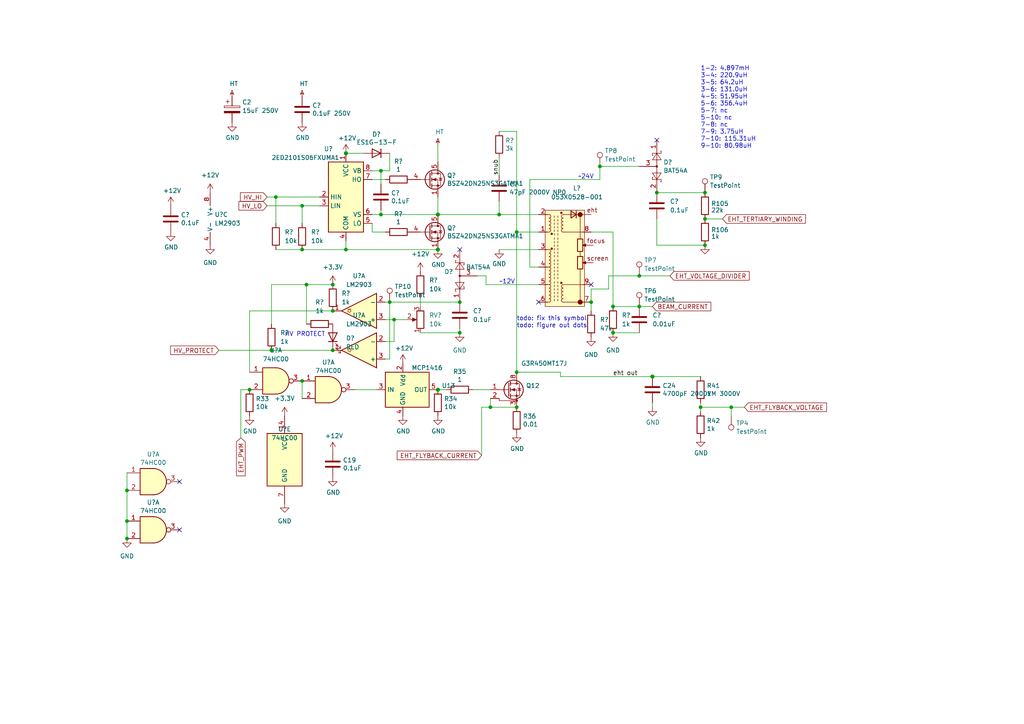
<source format=kicad_sch>
(kicad_sch (version 20230121) (generator eeschema)
  (paper "A4")
  (lib_symbols
    (symbol "74xx:74HC00" (pin_names (offset 1.016))
      (property "Reference" "U" (at 0 1.27 0))
      (property "Value" "74HC00" (at 0 -1.27 0))
      (symbol "74HC00_1_1"
        (pin input line (at -7.62 2.54 0) (length 3.81) (name "~") (number "1"))
        (pin input line (at -7.62 -2.54 0) (length 3.81) (name "~") (number "2"))
        (pin output inverted (at 7.62 0 180) (length 3.81) (name "~") (number "3"))
      )
      (symbol "74HC00_1_2"
        (pin input inverted (at -7.62 2.54 0) (length 4.318) (name "~") (number "1"))
        (pin input inverted (at -7.62 -2.54 0) (length 4.318) (name "~") (number "2"))
        (pin output line (at 7.62 0 180) (length 3.81) (name "~") (number "3"))
      )
      (symbol "74HC00_2_1"
        (pin input line (at -7.62 2.54 0) (length 3.81) (name "~") (number "4"))
        (pin input line (at -7.62 -2.54 0) (length 3.81) (name "~") (number "5"))
        (pin output inverted (at 7.62 0 180) (length 3.81) (name "~") (number "6"))
      )
      (symbol "74HC00_2_2"
        (pin input inverted (at -7.62 2.54 0) (length 4.318) (name "~") (number "4"))
        (pin input inverted (at -7.62 -2.54 0) (length 4.318) (name "~") (number "5"))
        (pin output line (at 7.62 0 180) (length 3.81) (name "~") (number "6"))
      )
      (symbol "74HC00_3_1"
        (pin input line (at -7.62 -2.54 0) (length 3.81) (name "~") (number "10"))
        (pin output inverted (at 7.62 0 180) (length 3.81) (name "~") (number "8"))
        (pin input line (at -7.62 2.54 0) (length 3.81) (name "~") (number "9"))
      )
      (symbol "74HC00_3_2"
        (pin input inverted (at -7.62 -2.54 0) (length 4.318) (name "~") (number "10"))
        (pin output line (at 7.62 0 180) (length 3.81) (name "~") (number "8"))
        (pin input inverted (at -7.62 2.54 0) (length 4.318) (name "~") (number "9"))
      )
      (symbol "74HC00_4_1"
        (pin output inverted (at 7.62 0 180) (length 3.81) (name "~") (number "11"))
        (pin input line (at -7.62 2.54 0) (length 3.81) (name "~") (number "12"))
        (pin input line (at -7.62 -2.54 0) (length 3.81) (name "~") (number "13"))
      )
      (symbol "74HC00_4_2"
        (pin output line (at 7.62 0 180) (length 3.81) (name "~") (number "11"))
        (pin input inverted (at -7.62 2.54 0) (length 4.318) (name "~") (number "12"))
        (pin input inverted (at -7.62 -2.54 0) (length 4.318) (name "~") (number "13"))
      )
      (symbol "74HC00_5_0"
        (pin power_in line (at 0 12.7 270) (length 5.08) (name "VCC") (number "14"))
        (pin power_in line (at 0 -12.7 90) (length 5.08) (name "GND") (number "7"))
      )
    )
    (symbol "Comparator:LM2903" (pin_names (offset 0.127))
      (property "Reference" "U" (at 3.81 3.81 0))
      (property "Value" "LM2903" (at 6.35 -3.81 0))
      (symbol "LM2903_1_1"
        (pin open_collector line (at 7.62 0 180) (length 2.54) (name "~") (number "1"))
        (pin input line (at -7.62 -2.54 0) (length 2.54) (name "-") (number "2"))
        (pin input line (at -7.62 2.54 0) (length 2.54) (name "+") (number "3"))
      )
      (symbol "LM2903_2_1"
        (pin input line (at -7.62 2.54 0) (length 2.54) (name "+") (number "5"))
        (pin input line (at -7.62 -2.54 0) (length 2.54) (name "-") (number "6"))
        (pin open_collector line (at 7.62 0 180) (length 2.54) (name "~") (number "7"))
      )
      (symbol "LM2903_3_1"
        (pin power_in line (at -2.54 -7.62 90) (length 3.81) (name "V-") (number "4"))
        (pin power_in line (at -2.54 7.62 270) (length 3.81) (name "V+") (number "8"))
      )
    )
    (symbol "Connector:TestPoint" (pin_numbers hide) (pin_names (offset 0.762) hide)
      (property "Reference" "TP" (at 0 6.858 0))
      (property "Value" "TestPoint" (at 0 5.08 0))
      (symbol "TestPoint_1_1"
        (pin passive line (at 0 0 90) (length 2.54) (name "1") (number "1"))
      )
    )
    (symbol "Device:C" (pin_numbers hide) (pin_names (offset 0.254))
      (property "Reference" "C" (at 0.635 2.54 0))
      (property "Value" "C" (at 0.635 -2.54 0))
      (symbol "C_1_1"
        (pin passive line (at 0 3.81 270) (length 2.794) (name "~") (number "1"))
        (pin passive line (at 0 -3.81 90) (length 2.794) (name "~") (number "2"))
      )
    )
    (symbol "Device:C_Polarized" (pin_numbers hide) (pin_names (offset 0.254))
      (property "Reference" "C" (at 0.635 2.54 0))
      (property "Value" "C_Polarized" (at 0.635 -2.54 0))
      (symbol "C_Polarized_1_1"
        (pin passive line (at 0 3.81 270) (length 2.794) (name "~") (number "1"))
        (pin passive line (at 0 -3.81 90) (length 2.794) (name "~") (number "2"))
      )
    )
    (symbol "Device:LED" (pin_numbers hide) (pin_names (offset 1.016) hide)
      (property "Reference" "D" (at 0 2.54 0))
      (property "Value" "LED" (at 0 -2.54 0))
      (symbol "LED_1_1"
        (pin passive line (at -3.81 0 0) (length 2.54) (name "K") (number "1"))
        (pin passive line (at 3.81 0 180) (length 2.54) (name "A") (number "2"))
      )
    )
    (symbol "Device:R" (pin_numbers hide) (pin_names (offset 0))
      (property "Reference" "R" (at 2.032 0 90))
      (property "Value" "R" (at 0 0 90))
      (symbol "R_1_1"
        (pin passive line (at 0 3.81 270) (length 1.27) (name "~") (number "1"))
        (pin passive line (at 0 -3.81 90) (length 1.27) (name "~") (number "2"))
      )
    )
    (symbol "Device:R_Potentiometer" (pin_names (offset 1.016) hide)
      (property "Reference" "RV" (at -4.445 0 90))
      (property "Value" "R_Potentiometer" (at -2.54 0 90))
      (symbol "R_Potentiometer_1_1"
        (pin passive line (at 0 3.81 270) (length 1.27) (name "1") (number "1"))
        (pin passive line (at 3.81 0 180) (length 1.27) (name "2") (number "2"))
        (pin passive line (at 0 -3.81 90) (length 1.27) (name "3") (number "3"))
      )
    )
    (symbol "Diode:BA157" (pin_numbers hide) (pin_names hide)
      (property "Reference" "D" (at 0 2.54 0))
      (property "Value" "BA157" (at 0 -2.54 0))
      (symbol "BA157_1_1"
        (pin passive line (at -3.81 0 0) (length 2.54) (name "K") (number "1"))
        (pin passive line (at 3.81 0 180) (length 2.54) (name "A") (number "2"))
      )
    )
    (symbol "Diode:BAT54A" (pin_names (offset 1.016))
      (property "Reference" "D" (at 0.635 -3.81 0))
      (property "Value" "BAT54A" (at -6.35 3.175 0))
      (symbol "BAT54A_1_1"
        (pin passive line (at -7.62 0 0) (length 3.81) (name "~") (number "1"))
        (pin passive line (at 7.62 0 180) (length 3.81) (name "~") (number "2"))
        (pin passive line (at 0 -5.08 90) (length 5.08) (name "~") (number "3"))
      )
    )
    (symbol "Driver_FET:IRS2101"
      (property "Reference" "U" (at 1.27 13.335 0))
      (property "Value" "IRS2101" (at 1.27 11.43 0))
      (symbol "IRS2101_1_1"
        (pin power_in line (at 0 12.7 270) (length 2.54) (name "VCC") (number "1"))
        (pin input line (at -7.62 0 0) (length 2.54) (name "HIN") (number "2"))
        (pin input line (at -7.62 -2.54 0) (length 2.54) (name "LIN") (number "3"))
        (pin power_in line (at 0 -12.7 90) (length 2.54) (name "COM") (number "4"))
        (pin output line (at 7.62 -7.62 180) (length 2.54) (name "LO") (number "5"))
        (pin passive line (at 7.62 -5.08 180) (length 2.54) (name "VS") (number "6"))
        (pin output line (at 7.62 5.08 180) (length 2.54) (name "HO") (number "7"))
        (pin passive line (at 7.62 7.62 180) (length 2.54) (name "VB") (number "8"))
      )
    )
    (symbol "Driver_FET:MCP1416"
      (property "Reference" "U" (at -5.08 6.35 0))
      (property "Value" "MCP1416" (at 1.27 6.35 0))
      (symbol "MCP1416_1_1"
        (pin no_connect line (at 7.62 -2.54 180) (length 2.54) hide (name "NC") (number "1"))
        (pin power_in line (at 0 7.62 270) (length 2.54) (name "Vdd") (number "2"))
        (pin input line (at -7.62 0 0) (length 2.54) (name "IN") (number "3"))
        (pin power_in line (at 0 -7.62 90) (length 2.54) (name "GND") (number "4"))
        (pin output line (at 10.16 0 180) (length 2.54) (name "OUT") (number "5"))
      )
    )
    (symbol "Transistor_FET:BSC082N10LSG" (pin_names hide)
      (property "Reference" "Q" (at 5.08 1.905 0))
      (property "Value" "BSC082N10LSG" (at 5.08 0 0))
      (symbol "BSC082N10LSG_1_1"
        (pin passive line (at 2.54 -5.08 90) (length 2.54) (name "S") (number "1"))
        (pin passive line (at 2.54 -5.08 90) (length 2.54) hide (name "S") (number "2"))
        (pin passive line (at 2.54 -5.08 90) (length 2.54) hide (name "S") (number "3"))
        (pin passive line (at -5.08 0 0) (length 2.54) (name "G") (number "4"))
        (pin passive line (at 2.54 5.08 270) (length 2.54) (name "D") (number "5"))
      )
    )
    (symbol "Transistor_FET:C3M0280090J" (pin_names hide)
      (property "Reference" "Q" (at 5.08 1.905 0))
      (property "Value" "C3M0280090J" (at 5.08 0 0))
      (symbol "C3M0280090J_1_1"
        (pin input line (at -5.08 0 0) (length 2.54) (name "G") (number "1"))
        (pin passive line (at -5.08 -2.54 0) (length 2.54) (name "DS") (number "2"))
        (pin passive line (at 2.54 -5.08 90) (length 2.54) (name "S") (number "3"))
        (pin passive line (at 2.54 -5.08 90) (length 2.54) hide (name "S") (number "4"))
        (pin passive line (at 2.54 -5.08 90) (length 2.54) hide (name "S") (number "5"))
        (pin passive line (at 2.54 -5.08 90) (length 2.54) hide (name "S") (number "6"))
        (pin passive line (at 2.54 -5.08 90) (length 2.54) hide (name "S") (number "7"))
        (pin passive line (at 2.54 5.08 270) (length 2.54) (name "D") (number "8"))
      )
    )
    (symbol "power:+12V" (power) (pin_names (offset 0))
      (property "Value" "+12V" (at 0 3.556 0))
      (symbol "+12V_1_1"
        (pin power_in line (at 0 0 90) (length 0) hide (name "+12V") (number "1"))
      )
    )
    (symbol "power:+3.3V" (power) (pin_names (offset 0))
      (property "Value" "+3.3V" (at 0 3.556 0))
      (symbol "+3.3V_1_1"
        (pin power_in line (at 0 0 90) (length 0) hide (name "+3.3V") (number "1"))
      )
    )
    (symbol "power:GND" (power) (pin_names (offset 0))
      (property "Value" "GND" (at 0 -3.81 0))
      (symbol "GND_1_1"
        (pin power_in line (at 0 0 270) (length 0) hide (name "GND") (number "1"))
      )
    )
    (symbol "power:HT" (power) (pin_names (offset 0))
      (property "Value" "HT" (at 0 2.286 0))
      (symbol "HT_0_0"
        (pin power_in line (at 0 0 90) (length 0) hide (name "HT") (number "1"))
      )
    )
    (symbol "td-hv:053X0528-001" (pin_names (offset 0.254) hide)
      (property "Reference" "L" (at -1.27 6.35 0))
      (property "Value" "053X0528-001" (at 0 8.89 0))
      (symbol "053X0528-001_0_0"
        (text "focus" (at 8.89 -3.81 0) (effects (font (size 1.27 1.27)) (justify left)))
        (text "screen" (at 8.89 -8.89 0) (effects (font (size 1.27 1.27)) (justify left)))
      )
      (symbol "053X0528-001_1_1"
        (text "eht" (at 8.89 5.08 0) (effects (font (size 1.27 1.27)) (justify left)))
        (pin passive line (at -5.08 -1.27 0) (length 2.54) (name "1") (number "1"))
        (pin passive line (at -5.08 3.81 0) (length 2.54) (name "2") (number "2"))
        (pin passive line (at -5.08 -6.35 0) (length 2.54) (name "3") (number "3"))
        (pin passive line (at -5.08 -11.43 0) (length 2.54) (name "4") (number "4"))
        (pin passive line (at -5.08 -16.51 0) (length 2.54) (name "5") (number "5"))
        (pin passive line (at -5.08 -21.59 0) (length 2.54) (name "6") (number "6"))
        (pin passive line (at 10.16 -21.59 180) (length 2.54) (name "7") (number "7"))
        (pin passive line (at 10.16 -1.27 180) (length 2.54) (name "8") (number "8"))
        (pin passive line (at 10.16 -16.51 180) (length 2.54) (name "9") (number "9"))
      )
    )
  )
  (junction (at 113.03 87.63))
  (junction (at 127 62.23) (diameter 1.016))
  (junction (at 87.63 59.69))
  (junction (at 127 72.39) (diameter 1.016))
  (junction (at 185.42 88.9))
  (junction (at 203.2 118.11))
  (junction (at 87.63 72.39))
  (junction (at 96.52 101.6))
  (junction (at 190.5 55.88))
  (junction (at 36.83 142.24))
  (junction (at 100.33 72.39))
  (junction (at 185.42 80.01))
  (junction (at 127 113.03) (diameter 1.016))
  (junction (at 36.83 151.13))
  (junction (at 204.47 71.12))
  (junction (at 189.23 109.22) (diameter 1.016))
  (junction (at 149.86 107.95))
  (junction (at 87.63 110.49))
  (junction (at 133.35 96.52))
  (junction (at 78.74 101.6))
  (junction (at 110.49 49.53))
  (junction (at 212.09 118.11))
  (junction (at 171.45 87.63))
  (junction (at 142.24 118.11))
  (junction (at 36.83 156.21))
  (junction (at 114.3 92.71))
  (junction (at 100.33 44.45) (diameter 1.016))
  (junction (at 177.8 96.52))
  (junction (at 110.49 62.23))
  (junction (at 204.47 63.5))
  (junction (at 96.52 90.17))
  (junction (at 173.99 48.26))
  (junction (at 144.78 62.23))
  (junction (at 96.52 82.55))
  (junction (at 80.01 57.15))
  (junction (at 88.9 82.55))
  (junction (at 177.8 88.9))
  (junction (at 72.39 113.03))
  (junction (at 133.35 87.63))
  (junction (at 149.86 67.31))
  (junction (at 149.86 118.11))
  (junction (at 204.47 55.88))
  (no_connect (at 156.21 87.63))
  (no_connect (at 190.5 40.64))
  (no_connect (at 133.35 72.39))
  (no_connect (at 171.45 82.55))
  (no_connect (at 52.07 153.67))
  (no_connect (at 52.07 139.7))
  (wire (pts (xy 156.21 67.31) (xy 149.86 67.31)))
  (wire (pts (xy 142.24 118.11) (xy 149.86 118.11)))
  (wire (pts (xy 110.49 49.53) (xy 113.03 49.53)))
  (wire (pts (xy 177.8 67.31) (xy 177.8 88.9)))
  (wire (pts (xy 111.76 104.14) (xy 113.03 104.14)))
  (wire (pts (xy 162.56 109.22) (xy 189.23 109.22)))
  (wire (pts (xy 171.45 87.63) (xy 171.45 83.82)))
  (wire (pts (xy 142.24 115.57) (xy 142.24 118.11)))
  (wire (pts (xy 100.33 44.45) (xy 105.41 44.45)))
  (wire (pts (xy 77.47 57.15) (xy 80.01 57.15)))
  (wire (pts (xy 176.53 83.82) (xy 176.53 80.01)))
  (wire (pts (xy 176.53 80.01) (xy 185.42 80.01)))
  (wire (pts (xy 87.63 59.69) (xy 92.71 59.69)))
  (wire (pts (xy 144.78 58.42) (xy 144.78 62.23)))
  (wire (pts (xy 173.99 48.26) (xy 173.99 52.07)))
  (wire (pts (xy 127 62.23) (xy 127 57.15)))
  (wire (pts (xy 87.63 110.49) (xy 87.63 115.57)))
  (wire (pts (xy 189.23 109.22) (xy 203.2 109.22)))
  (wire (pts (xy 144.78 62.23) (xy 156.21 62.23)))
  (wire (pts (xy 177.8 96.52) (xy 185.42 96.52)))
  (wire (pts (xy 113.03 87.63) (xy 113.03 104.14)))
  (wire (pts (xy 87.63 59.69) (xy 87.63 64.77)))
  (wire (pts (xy 113.03 87.63) (xy 133.35 87.63)))
  (wire (pts (xy 107.95 67.31) (xy 111.76 67.31)))
  (wire (pts (xy 69.85 113.03) (xy 72.39 113.03)))
  (wire (pts (xy 114.3 92.71) (xy 114.3 99.06)))
  (wire (pts (xy 111.76 92.71) (xy 114.3 92.71)))
  (wire (pts (xy 110.49 62.23) (xy 127 62.23)))
  (wire (pts (xy 139.7 132.08) (xy 139.7 118.11)))
  (wire (pts (xy 87.63 72.39) (xy 100.33 72.39)))
  (wire (pts (xy 72.39 90.17) (xy 72.39 107.95)))
  (wire (pts (xy 121.92 96.52) (xy 133.35 96.52)))
  (wire (pts (xy 138.43 80.01) (xy 140.97 80.01)))
  (wire (pts (xy 156.21 82.55) (xy 140.97 82.55)))
  (wire (pts (xy 36.83 137.16) (xy 36.83 142.24)))
  (wire (pts (xy 107.95 52.07) (xy 111.76 52.07)))
  (wire (pts (xy 80.01 72.39) (xy 87.63 72.39)))
  (wire (pts (xy 177.8 88.9) (xy 185.42 88.9)))
  (wire (pts (xy 80.01 57.15) (xy 92.71 57.15)))
  (wire (pts (xy 139.7 118.11) (xy 142.24 118.11)))
  (wire (pts (xy 133.35 96.52) (xy 133.35 95.25)))
  (wire (pts (xy 190.5 63.5) (xy 190.5 71.12)))
  (wire (pts (xy 36.83 151.13) (xy 36.83 156.21)))
  (wire (pts (xy 69.85 127) (xy 69.85 113.03)))
  (wire (pts (xy 127 41.91) (xy 127 46.99)))
  (wire (pts (xy 204.47 63.5) (xy 209.55 63.5)))
  (wire (pts (xy 171.45 87.63) (xy 171.45 90.17)))
  (wire (pts (xy 121.92 86.36) (xy 121.92 88.9)))
  (wire (pts (xy 114.3 92.71) (xy 118.11 92.71)))
  (wire (pts (xy 110.49 49.53) (xy 110.49 53.34)))
  (wire (pts (xy 111.76 99.06) (xy 114.3 99.06)))
  (wire (pts (xy 102.87 113.03) (xy 109.22 113.03)))
  (wire (pts (xy 88.9 93.98) (xy 88.9 82.55)))
  (wire (pts (xy 156.21 77.47) (xy 153.67 77.47)))
  (wire (pts (xy 110.49 60.96) (xy 110.49 62.23)))
  (wire (pts (xy 78.74 101.6) (xy 96.52 101.6)))
  (wire (pts (xy 107.95 62.23) (xy 110.49 62.23)))
  (wire (pts (xy 190.5 55.88) (xy 204.47 55.88)))
  (wire (pts (xy 212.09 118.11) (xy 212.09 120.65)))
  (wire (pts (xy 153.67 77.47) (xy 153.67 52.07)))
  (wire (pts (xy 203.2 116.84) (xy 203.2 118.11)))
  (wire (pts (xy 88.9 82.55) (xy 96.52 82.55)))
  (wire (pts (xy 203.2 118.11) (xy 203.2 119.38)))
  (wire (pts (xy 80.01 57.15) (xy 80.01 64.77)))
  (wire (pts (xy 111.76 87.63) (xy 113.03 87.63)))
  (wire (pts (xy 185.42 88.9) (xy 189.23 88.9)))
  (wire (pts (xy 113.03 49.53) (xy 113.03 44.45)))
  (wire (pts (xy 149.86 38.1) (xy 149.86 67.31)))
  (wire (pts (xy 142.24 113.03) (xy 137.16 113.03)))
  (wire (pts (xy 149.86 38.1) (xy 144.78 38.1)))
  (wire (pts (xy 78.74 82.55) (xy 78.74 93.98)))
  (wire (pts (xy 144.78 72.39) (xy 156.21 72.39)))
  (wire (pts (xy 100.33 72.39) (xy 100.33 69.85)))
  (wire (pts (xy 173.99 48.26) (xy 185.42 48.26)))
  (wire (pts (xy 36.83 142.24) (xy 36.83 151.13)))
  (wire (pts (xy 149.86 67.31) (xy 149.86 107.95)))
  (wire (pts (xy 88.9 82.55) (xy 78.74 82.55)))
  (wire (pts (xy 110.49 49.53) (xy 107.95 49.53)))
  (wire (pts (xy 171.45 67.31) (xy 177.8 67.31)))
  (wire (pts (xy 72.39 90.17) (xy 96.52 90.17)))
  (wire (pts (xy 127 113.03) (xy 129.54 113.03)))
  (wire (pts (xy 63.5 101.6) (xy 78.74 101.6)))
  (wire (pts (xy 144.78 45.72) (xy 144.78 50.8)))
  (wire (pts (xy 189.23 118.11) (xy 189.23 116.84)))
  (wire (pts (xy 212.09 118.11) (xy 215.9 118.11)))
  (wire (pts (xy 171.45 83.82) (xy 176.53 83.82)))
  (wire (pts (xy 100.33 72.39) (xy 127 72.39)))
  (wire (pts (xy 185.42 80.01) (xy 194.31 80.01)))
  (wire (pts (xy 190.5 71.12) (xy 204.47 71.12)))
  (wire (pts (xy 140.97 80.01) (xy 140.97 82.55)))
  (wire (pts (xy 162.56 107.95) (xy 162.56 109.22)))
  (wire (pts (xy 107.95 64.77) (xy 107.95 67.31)))
  (wire (pts (xy 127 62.23) (xy 144.78 62.23)))
  (wire (pts (xy 149.86 107.95) (xy 162.56 107.95)))
  (wire (pts (xy 173.99 52.07) (xy 153.67 52.07)))
  (wire (pts (xy 203.2 118.11) (xy 212.09 118.11)))
  (wire (pts (xy 77.47 59.69) (xy 87.63 59.69)))
  (text "~24V" (at 167.64 52.07 0) (effects (font (size 1.27 1.27)) (justify left bottom)))
  (text "~12V" (at 144.78 82.55 0) (effects (font (size 1.27 1.27)) (justify left bottom)))
  (text "1-2: 4.897mH\n3-4: 220.9uH\n3-5: 64.2uH\n3-6: 131.0uH\n4-5: 51.95uH\n5-6: 356.4uH\n5-7: nc\n5-10: nc\n7-8: nc\n7-9: 3.75uH\n7-10: 115.31uH\n9-10: 80.98uH" (at 203.2 43.18 0) (effects (font (size 1.27 1.27)) (justify left bottom)))
  (text "todo: fix this symbol\ntodo: figure out dots" (at 149.86 95.25 0) (effects (font (size 1.27 1.27)) (justify left bottom)))
  (text "HV PROTECT" (at 82.55 97.79 0) (effects (font (size 1.27 1.27)) (justify left bottom)))
  (label "eht out" (at 177.8 109.22 0))
  (label "snub" (at 144.78 50.8 90))
  (global_label "EHT_PWM" (shape input) (at 69.85 127 270) (property "Intersheetrefs" "${INTERSHEET_REFS}" (effects hide)))
  (global_label "HV_HI" (shape input) (at 77.47 57.15 180) (property "Intersheetrefs" "${INTERSHEET_REFS}" (effects hide)))
  (global_label "HV_LO" (shape input) (at 77.47 59.69 180) (property "Intersheetrefs" "${INTERSHEET_REFS}" (effects hide)))
  (global_label "EHT_TERTIARY_WINDING" (shape input) (at 209.55 63.5 0) (property "Intersheetrefs" "${INTERSHEET_REFS}" (effects hide)))
  (global_label "HV_PROTECT" (shape input) (at 63.5 101.6 180) (property "Intersheetrefs" "${INTERSHEET_REFS}" (effects hide)))
  (global_label "BEAM_CURRENT" (shape input) (at 189.23 88.9 0) (property "Intersheetrefs" "${INTERSHEET_REFS}" (effects hide)))
  (global_label "EHT_FLYBACK_VOLTAGE" (shape input) (at 215.9 118.11 0) (property "Intersheetrefs" "${INTERSHEET_REFS}" (effects hide)))
  (global_label "EHT_FLYBACK_CURRENT" (shape input) (at 139.7 132.08 180) (property "Intersheetrefs" "${INTERSHEET_REFS}" (effects hide)))
  (global_label "EHT_VOLTAGE_DIVIDER" (shape input) (at 194.31 80.01 0) (property "Intersheetrefs" "${INTERSHEET_REFS}" (effects hide)))
  (symbol (lib_id "Device:R") (at 121.92 82.55 0) (unit 1)
    (property "Reference" "R?" (at 124.46 81.2799 0) (effects (justify left)))
    (property "Value" "10k" (at 124.46 83.8199 0) (effects (justify left)))
    (property "Footprint" "Resistor_SMD:R_0805_2012Metric" (effects hide))
    (property "Digikey" "311-1.00KCRCT-ND" (effects hide))
    (instances (project "td-deflect" (path "" (reference "R?") (unit 1)) (path "" (reference "R34") (unit 1))) (project "td-hv" (path "" (reference "R5") (unit 1))))
  )
  (symbol (lib_id "Device:R_Potentiometer") (at 121.92 92.71 180) (unit 1)
    (property "Reference" "RV?" (at 124.46 91.4399 0) (effects (justify right)))
    (property "Value" "10k" (at 124.46 93.9799 0) (effects (justify right)))
    (property "Footprint" "Potentiometer_SMD:Potentiometer_Bourns_3314G_Vertical" (effects hide))
    (property "Digikey" "563-ST4ETB103CT-ND" (effects hide))
    (instances (project "td-deflect" (path "" (reference "RV?") (unit 1)) (path "" (reference "RV11") (unit 1))) (project "td-hv" (path "" (reference "RV1") (unit 1))))
  )
  (symbol (lib_id "power:GND") (at 189.23 118.11 0) (unit 1)
    (property "Reference" "#PWR016" (effects hide))
    (property "Value" "GND" (at 189.357 122.5042 0))
    (instances (project "td-deflect" (path "" (reference "#PWR016") (unit 1)) (path "" (reference "#PWR057") (unit 1))) (project "td-hv" (path "" (reference "#PWR016") (unit 1))))
  )
  (symbol (lib_id "power:GND") (at 127 120.65 0) (unit 1)
    (property "Reference" "#PWR08" (effects hide))
    (property "Value" "GND" (at 127.127 125.0442 0))
    (instances (project "td-deflect" (path "" (reference "#PWR08") (unit 1)) (path "" (reference "#PWR023") (unit 1))) (project "td-hv" (path "" (reference "#PWR08") (unit 1))))
  )
  (symbol (lib_id "power:+12V") (at 121.92 78.74 0) (unit 1)
    (property "Reference" "#PWR?" (effects hide))
    (property "Value" "+12V" (at 121.92 73.66 0))
    (instances (project "td-deflect" (path "" (reference "#PWR?") (unit 1)) (path "" (reference "#PWR020") (unit 1))) (project "td-hv" (path "" (reference "#PWR020") (unit 1))))
  )
  (symbol (lib_id "74xx:74HC00") (at 44.45 153.67 0) (unit 1)
    (property "Reference" "U?" (at 44.4417 145.7157 0))
    (property "Value" "74HC00" (at 44.4417 148.1399 0))
    (property "Footprint" "Package_SO:SOIC-14_3.9x8.7mm_P1.27mm" (effects hide))
    (property "Datasheet" "http://www.ti.com/lit/gpn/sn74hc00" (effects hide))
    (property "Digikey" "1727-2773-1-ND" (effects hide))
    (instances (project "td-deflect" (path "" (reference "U?") (unit 1)) (path "" (reference "U15") (unit 1))) (project "td-hv" (path "" (reference "U1") (unit 4))))
  )
  (symbol (lib_id "Transistor_FET:BSC082N10LSG") (at 124.46 52.07 0) (unit 1)
    (property "Reference" "Q?" (at 129.6416 50.9016 0) (effects (justify left)))
    (property "Value" "BSZ42DN25NS3GATMA1" (at 129.6416 53.213 0) (effects (justify left)))
    (property "Footprint" "Package_TO_SOT_SMD:TDSON-8-1" (effects hide))
    (property "Digikey" "BSZ42DN25NS3GATMA1CT-ND" (effects hide))
    (instances (project "td-deflect" (path "" (reference "Q?") (unit 1)) (path "" (reference "Q12") (unit 1))) (project "td-hv" (path "" (reference "Q1") (unit 1))))
  )
  (symbol (lib_id "power:GND") (at 96.52 138.43 0) (unit 1)
    (property "Reference" "#PWR02" (effects hide))
    (property "Value" "GND" (at 96.647 142.8242 0))
    (instances (project "td-deflect" (path "" (reference "#PWR02") (unit 1)) (path "" (reference "#PWR016") (unit 1))) (project "td-hv" (path "" (reference "#PWR02") (unit 1))))
  )
  (symbol (lib_id "power:GND") (at 149.86 125.73 0) (unit 1)
    (property "Reference" "#PWR09" (effects hide))
    (property "Value" "GND" (at 149.987 130.1242 0))
    (instances (project "td-deflect" (path "" (reference "#PWR09") (unit 1)) (path "" (reference "#PWR035") (unit 1))) (project "td-hv" (path "" (reference "#PWR09") (unit 1))))
  )
  (symbol (lib_id "Comparator:LM2903") (at 104.14 101.6 180) (unit 1)
    (property "Reference" "U?" (at 104.14 91.44 0))
    (property "Value" "LM2903" (at 104.14 93.98 0))
    (property "Footprint" "Package_SO:SOIC-8_3.9x4.9mm_P1.27mm" (effects hide))
    (property "Datasheet" "http://www.ti.com/lit/ds/symlink/lm393.pdf" (effects hide))
    (property "Digikey" "LM2903QS-13DICT-ND" (effects hide))
    (instances (project "td-deflect" (path "" (reference "U?") (unit 1)) (path "" (reference "U17") (unit 1))) (project "td-hv" (path "" (reference "U2") (unit 2))))
  )
  (symbol (lib_id "Device:R") (at 78.74 97.79 0) (unit 1)
    (property "Reference" "R?" (at 81.28 96.5199 0) (effects (justify left)))
    (property "Value" "1k" (at 81.28 99.0599 0) (effects (justify left)))
    (property "Footprint" "Resistor_SMD:R_0805_2012Metric" (effects hide))
    (property "Digikey" " 311-1.00KCRCT-ND" (effects hide))
    (instances (project "td-deflect" (path "" (reference "R?") (unit 1)) (path "" (reference "R14") (unit 1))) (project "td-hv" (path "" (reference "R9") (unit 1))))
  )
  (symbol (lib_id "power:+12V") (at 49.53 59.69 0) (unit 1)
    (property "Reference" "#PWR?" (effects hide))
    (property "Value" "+12V" (at 49.911 55.2958 0))
    (instances (project "td-deflect" (path "" (reference "#PWR?") (unit 1)) (path "" (reference "#PWR02") (unit 1))) (project "td-hv" (path "" (reference "#PWR03") (unit 1))))
  )
  (symbol (lib_id "Device:R") (at 92.71 93.98 90) (unit 1)
    (property "Reference" "R?" (at 92.71 87.63 90))
    (property "Value" "1k" (at 92.71 90.17 90))
    (property "Footprint" "Resistor_SMD:R_0805_2012Metric" (effects hide))
    (property "Digikey" " 311-1.00KCRCT-ND" (effects hide))
    (instances (project "td-deflect" (path "" (reference "R?") (unit 1)) (path "" (reference "R13") (unit 1))) (project "td-hv" (path "" (reference "R1") (unit 1))))
  )
  (symbol (lib_id "74xx:74HC00") (at 80.01 110.49 0) (unit 1)
    (property "Reference" "U?" (at 80.01 101.6 0))
    (property "Value" "74HC00" (at 80.01 104.14 0))
    (property "Footprint" "Package_SO:SOIC-14_3.9x8.7mm_P1.27mm" (effects hide))
    (property "Datasheet" "http://www.ti.com/lit/gpn/sn74hc00" (effects hide))
    (property "Digikey" "1727-2773-1-ND" (effects hide))
    (instances (project "td-deflect" (path "" (reference "U?") (unit 1)) (path "" (reference "U7") (unit 1))) (project "td-hv" (path "" (reference "U1") (unit 1))))
  )
  (symbol (lib_id "power:GND") (at 116.84 120.65 0) (unit 1)
    (property "Reference" "#PWR07" (effects hide))
    (property "Value" "GND" (at 116.967 125.0442 0))
    (instances (project "td-deflect" (path "" (reference "#PWR07") (unit 1)) (path "" (reference "#PWR019") (unit 1))) (project "td-hv" (path "" (reference "#PWR07") (unit 1))))
  )
  (symbol (lib_id "Device:C") (at 49.53 63.5 0) (unit 1)
    (property "Reference" "C?" (at 52.451 62.3316 0) (effects (justify left)))
    (property "Value" "0.1uF" (at 52.451 64.643 0) (effects (justify left)))
    (property "Footprint" "Capacitor_SMD:C_0805_2012Metric" (effects hide))
    (property "Digikey" "1276-1099-1-ND" (effects hide))
    (instances (project "td-deflect" (path "" (reference "C?") (unit 1)) (path "" (reference "C19") (unit 1))) (project "td-hv" (path "" (reference "C1") (unit 1))))
  )
  (symbol (lib_id "Device:R") (at 204.47 59.69 0) (unit 1)
    (property "Reference" "R105" (at 206.248 59.0463 0) (effects (justify left)))
    (property "Value" "22k" (at 206.248 60.9673 0) (effects (justify left)))
    (property "Footprint" "Resistor_SMD:R_0805_2012Metric" (effects hide))
    (property "Digikey" "311-22.0KCRCT-ND" (effects hide))
  )
  (symbol (lib_id "Device:R") (at 133.35 113.03 270) (unit 1)
    (property "Reference" "R35" (at 133.35 107.7722 90))
    (property "Value" "1" (at 133.35 110.0836 90))
    (property "Footprint" "Resistor_SMD:R_0805_2012Metric" (effects hide))
    (property "Digikey" " 311-1.00CRCT-ND" (effects hide))
    (instances (project "td-deflect" (path "" (reference "R35") (unit 1)) (path "" (reference "R36") (unit 1))) (project "td-hv" (path "" (reference "R35") (unit 1))))
  )
  (symbol (lib_id "Transistor_FET:C3M0280090J") (at 147.32 113.03 0) (unit 1)
    (property "Reference" "Q12" (at 152.5524 111.8616 0) (effects (justify left)))
    (property "Value" "G3R450MT17J" (at 151.13 105.41 0) (effects (justify left)))
    (property "Footprint" "td-hv:TO-263-7_TabPin8_GeneSiC" (effects hide))
    (property "Datasheet" "https://genesicsemi.com/sic-mosfet/G3R450MT17J/G3R450MT17J.pdf" (effects hide))
    (property "Digikey" "1242-G3R450MT17J-ND" (effects hide))
    (instances (project "td-deflect" (path "" (reference "Q12") (unit 1)) (path "" (reference "Q18") (unit 1))) (project "td-hv" (path "" (reference "Q12") (unit 1))))
  )
  (symbol (lib_id "power:GND") (at 87.63 35.56 0) (unit 1)
    (property "Reference" "#PWR?" (effects hide))
    (property "Value" "GND" (at 87.757 39.9542 0))
    (instances (project "td-deflect" (path "" (reference "#PWR?") (unit 1)) (path "" (reference "#PWR09") (unit 1))) (project "td-hv" (path "" (reference "#PWR027") (unit 1))))
  )
  (symbol (lib_id "Diode:BAT54A") (at 133.35 80.01 90) (unit 1)
    (property "Reference" "D?" (at 131.445 78.7979 90) (effects (justify left)))
    (property "Value" "BAT54A" (at 142.24 77.47 90) (effects (justify left)))
    (property "Footprint" "Package_TO_SOT_SMD:SOT-23" (effects hide))
    (property "Datasheet" "http://www.diodes.com/_files/datasheets/ds11005.pdf" (effects hide))
    (property "Digikey" "1655-BAT54ACT-ND" (effects hide))
    (instances (project "td-deflect" (path "" (reference "D?") (unit 1)) (path "" (reference "D9") (unit 1))) (project "td-hv" (path "" (reference "D3") (unit 1))))
  )
  (symbol (lib_id "Device:R") (at 203.2 113.03 0) (unit 1)
    (property "Reference" "R41" (at 204.978 111.8616 0) (effects (justify left)))
    (property "Value" "1M 3000V" (at 204.978 114.173 0) (effects (justify left)))
    (property "Footprint" "Resistor_SMD:R_2512_6332Metric" (effects hide))
    (property "Digikey" "CHV2512-FX-1004ELFCT-ND" (effects hide))
    (instances (project "td-deflect" (path "" (reference "R41") (unit 1)) (path "" (reference "R44") (unit 1))) (project "td-hv" (path "" (reference "R41") (unit 1))))
  )
  (symbol (lib_id "power:+12V") (at 116.84 105.41 0) (unit 1)
    (property "Reference" "#PWR06" (effects hide))
    (property "Value" "+12V" (at 117.221 101.0158 0))
    (instances (project "td-deflect" (path "" (reference "#PWR06") (unit 1)) (path "" (reference "#PWR018") (unit 1))) (project "td-hv" (path "" (reference "#PWR06") (unit 1))))
  )
  (symbol (lib_id "Device:LED") (at 96.52 97.79 90) (unit 1)
    (property "Reference" "D?" (at 100.33 98.1074 90) (effects (justify right)))
    (property "Value" "RED" (at 100.33 100.6474 90) (effects (justify right)))
    (property "Footprint" "LED_SMD:LED_0805_2012Metric" (effects hide))
    (property "Digikey" "350-2039-1-ND" (effects hide))
    (instances (project "td-deflect" (path "" (reference "D?") (unit 1)) (path "" (reference "D2") (unit 1))) (project "td-hv" (path "" (reference "D1") (unit 1))))
  )
  (symbol (lib_id "power:+12V") (at 60.96 55.88 0) (unit 1)
    (property "Reference" "#PWR?" (effects hide))
    (property "Value" "+12V" (at 60.96 50.8 0))
    (instances (project "td-deflect" (path "" (reference "#PWR?") (unit 1)) (path "" (reference "#PWR011") (unit 1))) (project "td-hv" (path "" (reference "#PWR014") (unit 1))))
  )
  (symbol (lib_id "Driver_FET:IRS2101") (at 100.33 57.15 0) (unit 1)
    (property "Reference" "U?" (at 95.25 43.18 0))
    (property "Value" "2ED2101S06FXUMA1" (at 78.74 45.72 0) (effects (justify left)))
    (property "Footprint" "Package_SO:SOIC-8_3.9x4.9mm_P1.27mm" (effects hide))
    (property "Digikey" "448-2ED2101S06FXUMA1CT-ND" (effects hide))
    (instances (project "td-deflect" (path "" (reference "U?") (unit 1)) (path "" (reference "U16") (unit 1))) (project "td-hv" (path "" (reference "U4") (unit 1))))
  )
  (symbol (lib_id "Device:R") (at 80.01 68.58 0) (unit 1)
    (property "Reference" "R?" (at 82.55 67.3099 0) (effects (justify left)))
    (property "Value" "10k" (at 82.55 69.8499 0) (effects (justify left)))
    (property "Footprint" "Resistor_SMD:R_0805_2012Metric" (effects hide))
    (property "Digikey" "311-1.00KCRCT-ND" (effects hide))
    (instances (project "td-deflect" (path "" (reference "R?") (unit 1)) (path "" (reference "R34") (unit 1))) (project "td-hv" (path "" (reference "R10") (unit 1))))
  )
  (symbol (lib_id "power:GND") (at 72.39 120.65 0) (unit 1)
    (property "Reference" "#PWR05" (effects hide))
    (property "Value" "GND" (at 72.517 125.0442 0))
    (instances (project "td-deflect" (path "" (reference "#PWR05") (unit 1)) (path "" (reference "#PWR01") (unit 1))) (project "td-hv" (path "" (reference "#PWR05") (unit 1))))
  )
  (symbol (lib_id "power:GND") (at 171.45 97.79 0) (unit 1)
    (property "Reference" "#PWR?" (effects hide))
    (property "Value" "GND" (at 171.45 102.87 0))
    (instances (project "td-deflect" (path "" (reference "#PWR?") (unit 1)) (path "" (reference "#PWR055") (unit 1))) (project "td-hv" (path "" (reference "#PWR024") (unit 1))))
  )
  (symbol (lib_id "74xx:74HC00") (at 82.55 133.35 0) (unit 5)
    (property "Reference" "U?" (at 82.55 124.46 0))
    (property "Value" "74HC00" (at 82.55 127 0))
    (property "Footprint" "Package_SO:SOIC-14_3.9x8.7mm_P1.27mm" (effects hide))
    (property "Datasheet" "http://www.ti.com/lit/gpn/sn74hc00" (effects hide))
    (property "Digikey" "1727-2773-1-ND" (effects hide))
    (instances (project "td-deflect" (path "" (reference "U?") (unit 5)) (path "" (reference "U7") (unit 5))) (project "td-hv" (path "" (reference "U1") (unit 5))))
  )
  (symbol (lib_id "Device:R") (at 96.52 86.36 0) (unit 1)
    (property "Reference" "R?" (at 99.06 85.0899 0) (effects (justify left)))
    (property "Value" "1k" (at 99.06 87.6299 0) (effects (justify left)))
    (property "Footprint" "Resistor_SMD:R_0805_2012Metric" (effects hide))
    (property "Digikey" " 311-1.00KCRCT-ND" (effects hide))
    (instances (project "td-deflect" (path "" (reference "R?") (unit 1)) (path "" (reference "R14") (unit 1))) (project "td-hv" (path "" (reference "R2") (unit 1))))
  )
  (symbol (lib_id "power:HT") (at 127 41.91 0) (unit 1)
    (property "Reference" "#PWR?" (effects hide))
    (property "Value" "HT" (at 127.508 38.2778 0))
    (instances (project "td-deflect" (path "" (reference "#PWR?") (unit 1)) (path "" (reference "#PWR021") (unit 1))) (project "td-hv" (path "" (reference "#PWR021") (unit 1))))
  )
  (symbol (lib_id "Device:C") (at 189.23 113.03 0) (unit 1)
    (property "Reference" "C24" (at 192.151 111.8616 0) (effects (justify left)))
    (property "Value" "4700pF 2000V" (at 192.151 114.173 0) (effects (justify left)))
    (property "Footprint" "Capacitor_THT:C_Rect_L18.0mm_W5.0mm_P15.00mm_FKS3_FKP3" (effects hide))
    (property "Digikey" "495-3227-ND" (effects hide))
    (property "Voltage" "2000V" (effects hide))
    (instances (project "td-deflect" (path "" (reference "C24") (unit 1)) (path "" (reference "C32") (unit 1))) (project "td-hv" (path "" (reference "C24") (unit 1))))
  )
  (symbol (lib_id "td-hv:053X0528-001") (at 161.29 66.04 0) (unit 1)
    (property "Reference" "L?" (at 167.3414 54.61 0))
    (property "Value" "053X0528-001" (at 167.3414 57.15 0))
    (property "Footprint" "td-hv:053X0528-001" (effects hide))
    (instances (project "td-deflect" (path "" (reference "L?") (unit 1)) (path "" (reference "L4") (unit 1))) (project "td-hv" (path "" (reference "L1") (unit 1))))
  )
  (symbol (lib_id "power:GND") (at 49.53 67.31 0) (unit 1)
    (property "Reference" "#PWR?" (effects hide))
    (property "Value" "GND" (at 49.657 71.7042 0))
    (instances (project "td-deflect" (path "" (reference "#PWR?") (unit 1)) (path "" (reference "#PWR05") (unit 1))) (project "td-hv" (path "" (reference "#PWR04") (unit 1))))
  )
  (symbol (lib_id "Device:R") (at 177.8 92.71 0) (unit 1)
    (property "Reference" "R?" (at 180.34 91.4399 0) (effects (justify left)))
    (property "Value" "1k" (at 180.34 93.9799 0) (effects (justify left)))
    (property "Footprint" "Resistor_SMD:R_0805_2012Metric" (effects hide))
    (property "Digikey" " 311-1.00KCRCT-ND" (effects hide))
    (instances (project "td-deflect" (path "" (reference "R?") (unit 1)) (path "" (reference "R43") (unit 1))) (project "td-hv" (path "" (reference "R8") (unit 1))))
  )
  (symbol (lib_id "Diode:BA157") (at 109.22 44.45 180) (unit 1)
    (property "Reference" "D?" (at 109.22 38.9636 0))
    (property "Value" "ES1G-13-F" (at 109.22 41.275 0))
    (property "Footprint" "Diode_THT:D_DO-41_SOD81_P10.16mm_Horizontal" (effects hide))
    (property "Datasheet" "https://www.vishay.com/docs/88536/ba157.pdf" (effects hide))
    (property "Digikey" "ES1G-FDICT-ND" (effects hide))
    (property "Sim.Device" "D" (effects hide))
    (property "Sim.Pins" "1=K 2=A" (effects hide))
    (instances (project "td-deflect" (path "" (reference "D?") (unit 1)) (path "" (reference "D4") (unit 1))) (project "td-hv" (path "" (reference "D2") (unit 1))))
  )
  (symbol (lib_id "Device:C_Polarized") (at 67.31 31.75 0) (unit 1)
    (property "Reference" "C2" (at 70.231 29.6489 0) (effects (justify left)))
    (property "Value" "15uF 250V" (at 70.231 32.0731 0) (effects (justify left)))
    (property "Footprint" "Capacitor_SMD:CP_Elec_10x10.5" (effects hide))
    (property "Digikey" "493-6738-1-ND" (effects hide))
  )
  (symbol (lib_id "Device:C") (at 96.52 134.62 0) (unit 1)
    (property "Reference" "C19" (at 99.441 133.4516 0) (effects (justify left)))
    (property "Value" "0.1uF" (at 99.441 135.763 0) (effects (justify left)))
    (property "Footprint" "Capacitor_SMD:C_0805_2012Metric" (effects hide))
    (property "Digikey" "1276-1099-1-ND" (effects hide))
    (instances (project "td-deflect" (path "" (reference "C19") (unit 1)) (path "" (reference "C27") (unit 1))) (project "td-hv" (path "" (reference "C19") (unit 1))))
  )
  (symbol (lib_id "power:GND") (at 203.2 127 0) (unit 1)
    (property "Reference" "#PWR017" (effects hide))
    (property "Value" "GND" (at 203.327 131.3942 0))
    (instances (project "td-deflect" (path "" (reference "#PWR017") (unit 1)) (path "" (reference "#PWR058") (unit 1))) (project "td-hv" (path "" (reference "#PWR017") (unit 1))))
  )
  (symbol (lib_id "Device:R") (at 171.45 93.98 0) (unit 1)
    (property "Reference" "R?" (at 173.99 92.7099 0) (effects (justify left)))
    (property "Value" "47k" (at 173.99 95.2499 0) (effects (justify left)))
    (property "Footprint" "Resistor_SMD:R_0805_2012Metric" (effects hide))
    (property "Digikey" "311-47.0KCRCT-ND" (effects hide))
    (instances (project "td-deflect" (path "" (reference "R?") (unit 1)) (path "" (reference "R42") (unit 1))) (project "td-hv" (path "" (reference "R7") (unit 1))))
  )
  (symbol (lib_id "Device:C") (at 185.42 92.71 0) (unit 1)
    (property "Reference" "C?" (at 189.23 91.4399 0) (effects (justify left)))
    (property "Value" "0.01uF" (at 189.23 93.9799 0) (effects (justify left)))
    (property "Footprint" "Capacitor_SMD:C_0805_2012Metric" (effects hide))
    (property "Digikey" "311-1136-1-ND" (effects hide))
    (instances (project "td-deflect" (path "" (reference "C?") (unit 1)) (path "" (reference "C31") (unit 1))) (project "td-hv" (path "" (reference "C6") (unit 1))))
  )
  (symbol (lib_id "Device:R") (at 115.57 67.31 270) (unit 1)
    (property "Reference" "R?" (at 115.57 62.0522 90))
    (property "Value" "1" (at 115.57 64.3636 90))
    (property "Footprint" "Resistor_SMD:R_0805_2012Metric" (effects hide))
    (property "Digikey" " 311-1.00CRCT-ND" (effects hide))
    (instances (project "td-deflect" (path "" (reference "R?") (unit 1)) (path "" (reference "R33") (unit 1))) (project "td-hv" (path "" (reference "R4") (unit 1))))
  )
  (symbol (lib_id "power:HT") (at 67.31 27.94 0) (unit 1)
    (property "Reference" "#PWR?" (effects hide))
    (property "Value" "HT" (at 67.818 24.3078 0))
    (instances (project "td-deflect" (path "" (reference "#PWR?") (unit 1)) (path "" (reference "#PWR08") (unit 1))) (project "td-hv" (path "" (reference "#PWR012") (unit 1))))
  )
  (symbol (lib_id "Connector:TestPoint") (at 173.99 48.26 0) (unit 1)
    (property "Reference" "TP8" (at 175.387 43.7459 0) (effects (justify left)))
    (property "Value" "TestPoint" (at 175.387 46.1701 0) (effects (justify left)))
    (property "Footprint" "TestPoint:TestPoint_Keystone_5019_Minature" (effects hide))
    (property "Digikey" "36-5019CT-ND" (effects hide))
  )
  (symbol (lib_id "power:GND") (at 67.31 35.56 0) (unit 1)
    (property "Reference" "#PWR?" (effects hide))
    (property "Value" "GND" (at 67.437 39.9542 0))
    (instances (project "td-deflect" (path "" (reference "#PWR?") (unit 1)) (path "" (reference "#PWR09") (unit 1))) (project "td-hv" (path "" (reference "#PWR013") (unit 1))))
  )
  (symbol (lib_id "Device:C") (at 190.5 59.69 0) (unit 1)
    (property "Reference" "C?" (at 194.31 58.4199 0) (effects (justify left)))
    (property "Value" "0.1uF" (at 194.31 60.9599 0) (effects (justify left)))
    (property "Footprint" "Capacitor_SMD:C_0805_2012Metric" (effects hide))
    (property "Digikey" "1276-1099-1-ND" (effects hide))
    (instances (project "td-deflect" (path "" (reference "C?") (unit 1)) (path "" (reference "C67") (unit 1))) (project "td-hv" (path "" (reference "C7") (unit 1))))
  )
  (symbol (lib_id "Device:R") (at 203.2 123.19 0) (unit 1)
    (property "Reference" "R42" (at 204.978 122.0216 0) (effects (justify left)))
    (property "Value" "1k" (at 204.978 124.333 0) (effects (justify left)))
    (property "Footprint" "Resistor_SMD:R_0805_2012Metric" (effects hide))
    (property "Digikey" " 311-1.00KCRCT-ND" (effects hide))
    (instances (project "td-deflect" (path "" (reference "R42") (unit 1)) (path "" (reference "R45") (unit 1))) (project "td-hv" (path "" (reference "R42") (unit 1))))
  )
  (symbol (lib_id "Comparator:LM2903") (at 63.5 63.5 0) (unit 3)
    (property "Reference" "U?" (at 62.23 62.2299 0) (effects (justify left)))
    (property "Value" "LM2903" (at 62.23 64.7699 0) (effects (justify left)))
    (property "Footprint" "Package_SO:SOIC-8_3.9x4.9mm_P1.27mm" (effects hide))
    (property "Datasheet" "http://www.ti.com/lit/ds/symlink/lm393.pdf" (effects hide))
    (property "Digikey" "LM2903QS-13DICT-ND" (effects hide))
    (instances (project "td-deflect" (path "" (reference "U?") (unit 3)) (path "" (reference "U13") (unit 3))) (project "td-hv" (path "" (reference "U2") (unit 3))))
  )
  (symbol (lib_id "power:GND") (at 82.55 146.05 0) (unit 1)
    (property "Reference" "#PWR?" (effects hide))
    (property "Value" "GND" (at 82.55 151.13 0))
    (instances (project "td-deflect" (path "" (reference "#PWR?") (unit 1)) (path "" (reference "#PWR07") (unit 1))) (project "td-hv" (path "" (reference "#PWR011") (unit 1))))
  )
  (symbol (lib_id "power:+3.3V") (at 96.52 82.55 0) (unit 1)
    (property "Reference" "#PWR?" (effects hide))
    (property "Value" "+3.3V" (at 96.52 77.47 0))
    (instances (project "td-deflect" (path "" (reference "#PWR?") (unit 1)) (path "" (reference "#PWR014") (unit 1))) (project "td-hv" (path "" (reference "#PWR018") (unit 1))))
  )
  (symbol (lib_id "Device:C") (at 110.49 57.15 0) (unit 1)
    (property "Reference" "C?" (at 113.411 55.9816 0) (effects (justify left)))
    (property "Value" "0.1uF" (at 113.411 58.293 0) (effects (justify left)))
    (property "Footprint" "Capacitor_SMD:C_0805_2012Metric" (effects hide))
    (property "Digikey" "1276-1099-1-ND" (effects hide))
    (instances (project "td-deflect" (path "" (reference "C?") (unit 1)) (path "" (reference "C28") (unit 1))) (project "td-hv" (path "" (reference "C3") (unit 1))))
  )
  (symbol (lib_id "Device:R") (at 72.39 116.84 0) (unit 1)
    (property "Reference" "R33" (at 74.168 115.6716 0) (effects (justify left)))
    (property "Value" "10k" (at 74.168 117.983 0) (effects (justify left)))
    (property "Footprint" "Resistor_SMD:R_0805_2012Metric" (effects hide))
    (property "Digikey" "311-1.00KCRCT-ND" (effects hide))
    (instances (project "td-deflect" (path "" (reference "R33") (unit 1)) (path "" (reference "R12") (unit 1))) (project "td-hv" (path "" (reference "R33") (unit 1))))
  )
  (symbol (lib_id "Diode:BAT54A") (at 190.5 48.26 270) (unit 1)
    (property "Reference" "D?" (at 192.405 47.0479 90) (effects (justify left)))
    (property "Value" "BAT54A" (at 192.405 49.4721 90) (effects (justify left)))
    (property "Footprint" "Package_TO_SOT_SMD:SOT-23" (effects hide))
    (property "Datasheet" "http://www.diodes.com/_files/datasheets/ds11005.pdf" (effects hide))
    (property "Digikey" "1655-BAT54ACT-ND" (effects hide))
    (instances (project "td-deflect" (path "" (reference "D?") (unit 1)) (path "" (reference "D11") (unit 1))) (project "td-hv" (path "" (reference "D4") (unit 1))))
  )
  (symbol (lib_id "Device:C") (at 87.63 31.75 0) (unit 1)
    (property "Reference" "C?" (at 90.551 30.5816 0) (effects (justify left)))
    (property "Value" "0.1uF 250V" (at 90.551 32.893 0) (effects (justify left)))
    (property "Footprint" "Capacitor_SMD:C_1206_3216Metric" (effects hide))
    (property "Digikey" "445-8899-1-ND" (effects hide))
    (instances (project "td-deflect" (path "" (reference "C?") (unit 1)) (path "" (reference "C19") (unit 1))) (project "td-hv" (path "" (reference "C8") (unit 1))))
  )
  (symbol (lib_id "power:GND") (at 36.83 156.21 0) (mirror y) (unit 1)
    (property "Reference" "#PWR?" (effects hide))
    (property "Value" "GND" (at 36.83 161.29 0))
    (instances (project "td-deflect" (path "" (reference "#PWR?") (unit 1)) (path "" (reference "#PWR07") (unit 1))) (project "td-hv" (path "" (reference "#PWR035") (unit 1))))
  )
  (symbol (lib_id "Device:R") (at 87.63 68.58 0) (unit 1)
    (property "Reference" "R?" (at 90.17 67.3099 0) (effects (justify left)))
    (property "Value" "10k" (at 90.17 69.8499 0) (effects (justify left)))
    (property "Footprint" "Resistor_SMD:R_0805_2012Metric" (effects hide))
    (property "Digikey" "311-1.00KCRCT-ND" (effects hide))
    (instances (project "td-deflect" (path "" (reference "R?") (unit 1)) (path "" (reference "R34") (unit 1))) (project "td-hv" (path "" (reference "R11") (unit 1))))
  )
  (symbol (lib_id "Device:R") (at 149.86 121.92 0) (unit 1)
    (property "Reference" "R36" (at 151.638 120.7516 0) (effects (justify left)))
    (property "Value" "0.01" (at 151.638 123.063 0) (effects (justify left)))
    (property "Footprint" "Resistor_SMD:R_0805_2012Metric" (effects hide))
    (property "Digikey" "311-0.01NUCT-ND" (effects hide))
    (instances (project "td-deflect" (path "" (reference "R36") (unit 1)) (path "" (reference "R41") (unit 1))) (project "td-hv" (path "" (reference "R36") (unit 1))))
  )
  (symbol (lib_id "Connector:TestPoint") (at 113.03 87.63 0) (unit 1)
    (property "Reference" "TP10" (at 114.427 83.1159 0) (effects (justify left)))
    (property "Value" "TestPoint" (at 114.427 85.5401 0) (effects (justify left)))
    (property "Footprint" "TestPoint:TestPoint_Keystone_5019_Minature" (effects hide))
    (property "Digikey" "36-5019CT-ND" (effects hide))
  )
  (symbol (lib_id "power:GND") (at 204.47 71.12 0) (unit 1)
    (property "Reference" "#PWR065" (effects hide))
    (property "Value" "GND" (effects hide))
  )
  (symbol (lib_id "Device:R") (at 115.57 52.07 270) (unit 1)
    (property "Reference" "R?" (at 115.57 46.8122 90))
    (property "Value" "1" (at 115.57 49.1236 90))
    (property "Footprint" "Resistor_SMD:R_0805_2012Metric" (effects hide))
    (property "Digikey" " 311-1.00CRCT-ND" (effects hide))
    (instances (project "td-deflect" (path "" (reference "R?") (unit 1)) (path "" (reference "R19") (unit 1))) (project "td-hv" (path "" (reference "R3") (unit 1))))
  )
  (symbol (lib_id "power:GND") (at 127 72.39 0) (unit 1)
    (property "Reference" "#PWR?" (effects hide))
    (property "Value" "GND" (at 127.127 76.7842 0))
    (instances (project "td-deflect" (path "" (reference "#PWR?") (unit 1)) (path "" (reference "#PWR022") (unit 1))) (project "td-hv" (path "" (reference "#PWR022") (unit 1))))
  )
  (symbol (lib_id "Connector:TestPoint") (at 185.42 80.01 0) (unit 1)
    (property "Reference" "TP7" (at 186.817 75.4959 0) (effects (justify left)))
    (property "Value" "TestPoint" (at 186.817 77.9201 0) (effects (justify left)))
    (property "Footprint" "TestPoint:TestPoint_Keystone_5019_Minature" (effects hide))
    (property "Digikey" "36-5019CT-ND" (effects hide))
  )
  (symbol (lib_id "power:HT") (at 87.63 27.94 0) (unit 1)
    (property "Reference" "#PWR?" (effects hide))
    (property "Value" "HT" (at 88.138 24.3078 0))
    (instances (project "td-deflect" (path "" (reference "#PWR?") (unit 1)) (path "" (reference "#PWR08") (unit 1))) (project "td-hv" (path "" (reference "#PWR026") (unit 1))))
  )
  (symbol (lib_id "74xx:74HC00") (at 44.45 139.7 0) (unit 1)
    (property "Reference" "U?" (at 44.4417 131.7457 0))
    (property "Value" "74HC00" (at 44.4417 134.1699 0))
    (property "Footprint" "Package_SO:SOIC-14_3.9x8.7mm_P1.27mm" (effects hide))
    (property "Datasheet" "http://www.ti.com/lit/gpn/sn74hc00" (effects hide))
    (property "Digikey" "1727-2773-1-ND" (effects hide))
    (instances (project "td-deflect" (path "" (reference "U?") (unit 1)) (path "" (reference "U15") (unit 1))) (project "td-hv" (path "" (reference "U1") (unit 3))))
  )
  (symbol (lib_id "Device:R") (at 127 116.84 0) (unit 1)
    (property "Reference" "R34" (at 128.778 115.6716 0) (effects (justify left)))
    (property "Value" "10k" (at 128.778 117.983 0) (effects (justify left)))
    (property "Footprint" "Resistor_SMD:R_0805_2012Metric" (effects hide))
    (property "Digikey" "311-1.00KCRCT-ND" (effects hide))
    (instances (project "td-deflect" (path "" (reference "R34") (unit 1)) (path "" (reference "R35") (unit 1))) (project "td-hv" (path "" (reference "R34") (unit 1))))
  )
  (symbol (lib_id "Device:R") (at 204.47 67.31 0) (unit 1)
    (property "Reference" "R106" (at 206.248 66.6663 0) (effects (justify left)))
    (property "Value" "1k" (at 206.248 68.5873 0) (effects (justify left)))
    (property "Footprint" "Resistor_SMD:R_0805_2012Metric" (effects hide))
    (property "Digikey" " 311-1.00KCRCT-ND" (effects hide))
  )
  (symbol (lib_id "Connector:TestPoint") (at 185.42 88.9 0) (unit 1)
    (property "Reference" "TP6" (at 186.817 84.3859 0) (effects (justify left)))
    (property "Value" "TestPoint" (at 186.817 86.8101 0) (effects (justify left)))
    (property "Footprint" "TestPoint:TestPoint_Keystone_5019_Minature" (effects hide))
    (property "Digikey" "36-5019CT-ND" (effects hide))
  )
  (symbol (lib_id "Transistor_FET:BSC082N10LSG") (at 124.46 67.31 0) (unit 1)
    (property "Reference" "Q?" (at 129.6416 66.1416 0) (effects (justify left)))
    (property "Value" "BSZ42DN25NS3GATMA1" (at 129.6416 68.453 0) (effects (justify left)))
    (property "Footprint" "Package_TO_SOT_SMD:TDSON-8-1" (effects hide))
    (property "Digikey" "BSZ42DN25NS3GATMA1CT-ND" (effects hide))
    (instances (project "td-deflect" (path "" (reference "Q?") (unit 1)) (path "" (reference "Q17") (unit 1))) (project "td-hv" (path "" (reference "Q2") (unit 1))))
  )
  (symbol (lib_id "Driver_FET:MCP1416") (at 116.84 113.03 0) (unit 1)
    (property "Reference" "U13" (at 128.1176 111.8616 0) (effects (justify left)))
    (property "Value" "MCP1416" (at 119.38 106.68 0) (effects (justify left)))
    (property "Footprint" "Package_TO_SOT_SMD:SOT-23-5" (effects hide))
    (property "Datasheet" "http://ww1.microchip.com/downloads/en/DeviceDoc/20002092F.pdf" (effects hide))
    (property "Digikey" "MCP1416T-E/OTCT-ND" (effects hide))
    (instances (project "td-deflect" (path "" (reference "U13") (unit 1)) (path "" (reference "U21") (unit 1))) (project "td-hv" (path "" (reference "U13") (unit 1))))
  )
  (symbol (lib_id "power:+12V") (at 100.33 44.45 0) (unit 1)
    (property "Reference" "#PWR?" (effects hide))
    (property "Value" "+12V" (at 100.711 40.0558 0))
    (instances (project "td-deflect" (path "" (reference "#PWR?") (unit 1)) (path "" (reference "#PWR017") (unit 1))) (project "td-hv" (path "" (reference "#PWR019") (unit 1))))
  )
  (symbol (lib_id "Connector:TestPoint") (at 212.09 120.65 180) (unit 1)
    (property "Reference" "TP4" (at 213.487 122.7399 0) (effects (justify right)))
    (property "Value" "TestPoint" (at 213.487 125.1641 0) (effects (justify right)))
    (property "Footprint" "TestPoint:TestPoint_Keystone_5019_Minature" (effects hide))
    (property "Digikey" "36-5019CT-ND" (effects hide))
  )
  (symbol (lib_id "power:GND") (at 60.96 71.12 0) (unit 1)
    (property "Reference" "#PWR?" (effects hide))
    (property "Value" "GND" (at 60.96 76.2 0))
    (instances (project "td-deflect" (path "" (reference "#PWR?") (unit 1)) (path "" (reference "#PWR013") (unit 1))) (project "td-hv" (path "" (reference "#PWR015") (unit 1))))
  )
  (symbol (lib_id "power:GND") (at 177.8 96.52 0) (unit 1)
    (property "Reference" "#PWR?" (effects hide))
    (property "Value" "GND" (at 177.8 101.6 0))
    (instances (project "td-deflect" (path "" (reference "#PWR?") (unit 1)) (path "" (reference "#PWR056") (unit 1))) (project "td-hv" (path "" (reference "#PWR025") (unit 1))))
  )
  (symbol (lib_id "74xx:74HC00") (at 95.25 113.03 0) (unit 1)
    (property "Reference" "U?" (at 95.2417 105.0757 0))
    (property "Value" "74HC00" (at 95.2417 107.4999 0))
    (property "Footprint" "Package_SO:SOIC-14_3.9x8.7mm_P1.27mm" (effects hide))
    (property "Datasheet" "http://www.ti.com/lit/gpn/sn74hc00" (effects hide))
    (property "Digikey" "1727-2773-1-ND" (effects hide))
    (instances (project "td-deflect" (path "" (reference "U?") (unit 1)) (path "" (reference "U15") (unit 1))) (project "td-hv" (path "" (reference "U1") (unit 2))))
  )
  (symbol (lib_id "power:+3.3V") (at 82.55 120.65 0) (unit 1)
    (property "Reference" "#PWR?" (effects hide))
    (property "Value" "+3.3V" (at 82.55 115.57 0))
    (instances (project "td-deflect" (path "" (reference "#PWR?") (unit 1)) (path "" (reference "#PWR06") (unit 1))) (project "td-hv" (path "" (reference "#PWR010") (unit 1))))
  )
  (symbol (lib_id "power:GND") (at 133.35 96.52 0) (unit 1)
    (property "Reference" "#PWR?" (effects hide))
    (property "Value" "GND" (at 133.35 101.6 0))
    (instances (project "td-deflect" (path "" (reference "#PWR?") (unit 1)) (path "" (reference "#PWR024") (unit 1))) (project "td-hv" (path "" (reference "#PWR023") (unit 1))))
  )
  (symbol (lib_id "Comparator:LM2903") (at 104.14 90.17 180) (unit 1)
    (property "Reference" "U?" (at 104.14 80.01 0))
    (property "Value" "LM2903" (at 104.14 82.55 0))
    (property "Footprint" "Package_SO:SOIC-8_3.9x4.9mm_P1.27mm" (effects hide))
    (property "Datasheet" "http://www.ti.com/lit/ds/symlink/lm393.pdf" (effects hide))
    (property "Digikey" "LM2903QS-13DICT-ND" (effects hide))
    (instances (project "td-deflect" (path "" (reference "U?") (unit 1)) (path "" (reference "U13") (unit 1))) (project "td-hv" (path "" (reference "U2") (unit 1))))
  )
  (symbol (lib_id "power:+12V") (at 96.52 130.81 0) (unit 1)
    (property "Reference" "#PWR01" (effects hide))
    (property "Value" "+12V" (at 96.901 126.4158 0))
    (instances (project "td-deflect" (path "" (reference "#PWR01") (unit 1)) (path "" (reference "#PWR015") (unit 1))) (project "td-hv" (path "" (reference "#PWR01") (unit 1))))
  )
  (symbol (lib_id "Connector:TestPoint") (at 204.47 55.88 0) (unit 1)
    (property "Reference" "TP9" (at 205.867 51.3659 0) (effects (justify left)))
    (property "Value" "TestPoint" (at 205.867 53.7901 0) (effects (justify left)))
    (property "Footprint" "TestPoint:TestPoint_Keystone_5019_Minature" (effects hide))
    (property "Digikey" "36-5019CT-ND" (effects hide))
  )
  (symbol (lib_id "power:GND") (at 144.78 72.39 0) (unit 1)
    (property "Reference" "#PWR054" (effects hide))
    (property "Value" "GND" (at 144.78 76.5255 0))
  )
  (symbol (lib_id "Device:R") (at 144.78 41.91 0) (unit 1)
    (property "Reference" "R?" (at 146.558 40.7416 0) (effects (justify left)))
    (property "Value" "3k" (at 146.558 43.053 0) (effects (justify left)))
    (property "Footprint" "Resistor_SMD:R_2512_6332Metric" (effects hide))
    (property "Digikey" "13-RC2512FK-073KLCT-ND" (effects hide))
    (instances (project "td-deflect" (path "" (reference "R?") (unit 1)) (path "" (reference "R38") (unit 1))) (project "td-hv" (path "" (reference "R6") (unit 1))))
  )
  (symbol (lib_id "Device:C") (at 144.78 54.61 0) (unit 1)
    (property "Reference" "C?" (at 147.701 53.4416 0) (effects (justify left)))
    (property "Value" "47pF 2000V NP0" (at 147.701 55.753 0) (effects (justify left)))
    (property "Footprint" "Capacitor_SMD:C_1812_4532Metric" (effects hide))
    (property "Digikey" "1276-3272-1-ND‎" (effects hide))
    (instances (project "td-deflect" (path "" (reference "C?") (unit 1)) (path "" (reference "C30") (unit 1))) (project "td-hv" (path "" (reference "C5") (unit 1))))
  )
  (symbol (lib_id "Device:C") (at 133.35 91.44 0) (unit 1)
    (property "Reference" "C?" (at 137.16 90.1699 0) (effects (justify left)))
    (property "Value" "0.1uF" (at 137.16 92.7099 0) (effects (justify left)))
    (property "Footprint" "Capacitor_SMD:C_0805_2012Metric" (effects hide))
    (property "Digikey" "1276-1099-1-ND" (effects hide))
    (instances (project "td-deflect" (path "" (reference "C?") (unit 1)) (path "" (reference "C29") (unit 1))) (project "td-hv" (path "" (reference "C4") (unit 1))))
  )
)
</source>
